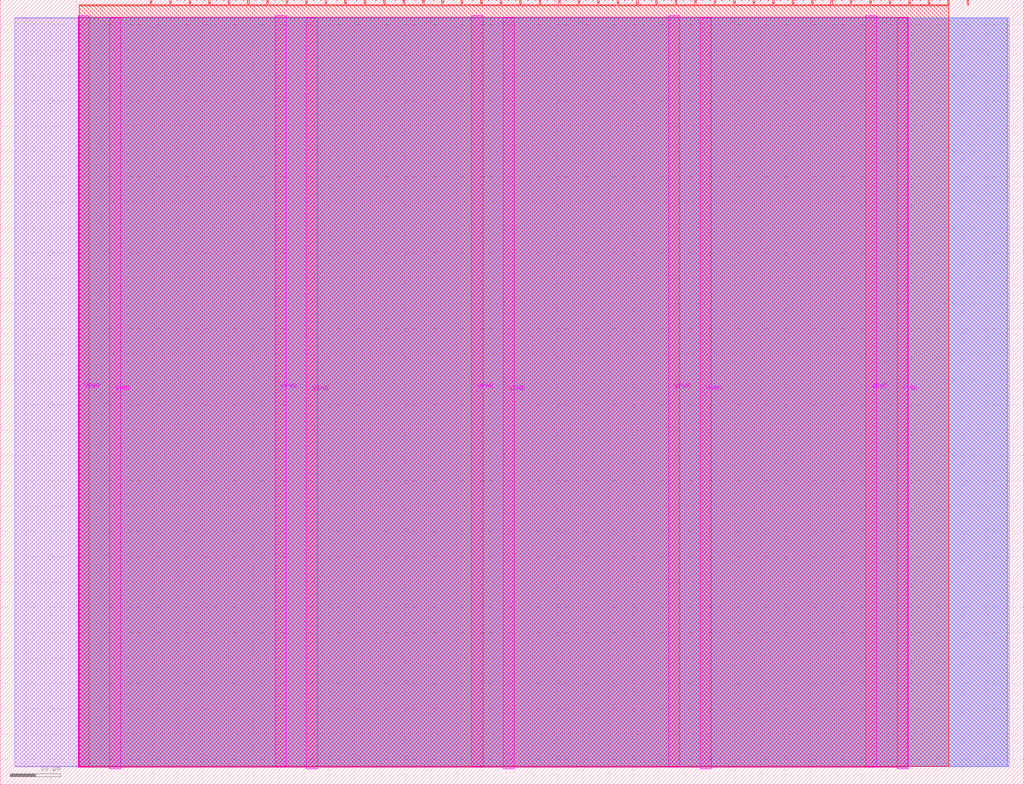
<source format=lef>
VERSION 5.7 ;
  NOWIREEXTENSIONATPIN ON ;
  DIVIDERCHAR "/" ;
  BUSBITCHARS "[]" ;
MACRO tt_um_not_a_dinosaur
  CLASS BLOCK ;
  FOREIGN tt_um_not_a_dinosaur ;
  ORIGIN 0.000 0.000 ;
  SIZE 202.080 BY 154.980 ;
  PIN VGND
    DIRECTION INOUT ;
    USE GROUND ;
    PORT
      LAYER TopMetal1 ;
        RECT 21.580 3.150 23.780 151.420 ;
    END
    PORT
      LAYER TopMetal1 ;
        RECT 60.450 3.150 62.650 151.420 ;
    END
    PORT
      LAYER TopMetal1 ;
        RECT 99.320 3.150 101.520 151.420 ;
    END
    PORT
      LAYER TopMetal1 ;
        RECT 138.190 3.150 140.390 151.420 ;
    END
    PORT
      LAYER TopMetal1 ;
        RECT 177.060 3.150 179.260 151.420 ;
    END
  END VGND
  PIN VPWR
    DIRECTION INOUT ;
    USE POWER ;
    PORT
      LAYER TopMetal1 ;
        RECT 15.380 3.560 17.580 151.830 ;
    END
    PORT
      LAYER TopMetal1 ;
        RECT 54.250 3.560 56.450 151.830 ;
    END
    PORT
      LAYER TopMetal1 ;
        RECT 93.120 3.560 95.320 151.830 ;
    END
    PORT
      LAYER TopMetal1 ;
        RECT 131.990 3.560 134.190 151.830 ;
    END
    PORT
      LAYER TopMetal1 ;
        RECT 170.860 3.560 173.060 151.830 ;
    END
  END VPWR
  PIN clk
    DIRECTION INPUT ;
    USE SIGNAL ;
    ANTENNAGATEAREA 0.725400 ;
    PORT
      LAYER Metal4 ;
        RECT 187.050 153.980 187.350 154.980 ;
    END
  END clk
  PIN ena
    DIRECTION INPUT ;
    USE SIGNAL ;
    PORT
      LAYER Metal4 ;
        RECT 190.890 153.980 191.190 154.980 ;
    END
  END ena
  PIN rst_n
    DIRECTION INPUT ;
    USE SIGNAL ;
    ANTENNAGATEAREA 0.938600 ;
    PORT
      LAYER Metal4 ;
        RECT 183.210 153.980 183.510 154.980 ;
    END
  END rst_n
  PIN ui_in[0]
    DIRECTION INPUT ;
    USE SIGNAL ;
    PORT
      LAYER Metal4 ;
        RECT 179.370 153.980 179.670 154.980 ;
    END
  END ui_in[0]
  PIN ui_in[1]
    DIRECTION INPUT ;
    USE SIGNAL ;
    ANTENNAGATEAREA 0.180700 ;
    PORT
      LAYER Metal4 ;
        RECT 175.530 153.980 175.830 154.980 ;
    END
  END ui_in[1]
  PIN ui_in[2]
    DIRECTION INPUT ;
    USE SIGNAL ;
    PORT
      LAYER Metal4 ;
        RECT 171.690 153.980 171.990 154.980 ;
    END
  END ui_in[2]
  PIN ui_in[3]
    DIRECTION INPUT ;
    USE SIGNAL ;
    PORT
      LAYER Metal4 ;
        RECT 167.850 153.980 168.150 154.980 ;
    END
  END ui_in[3]
  PIN ui_in[4]
    DIRECTION INPUT ;
    USE SIGNAL ;
    PORT
      LAYER Metal4 ;
        RECT 164.010 153.980 164.310 154.980 ;
    END
  END ui_in[4]
  PIN ui_in[5]
    DIRECTION INPUT ;
    USE SIGNAL ;
    PORT
      LAYER Metal4 ;
        RECT 160.170 153.980 160.470 154.980 ;
    END
  END ui_in[5]
  PIN ui_in[6]
    DIRECTION INPUT ;
    USE SIGNAL ;
    PORT
      LAYER Metal4 ;
        RECT 156.330 153.980 156.630 154.980 ;
    END
  END ui_in[6]
  PIN ui_in[7]
    DIRECTION INPUT ;
    USE SIGNAL ;
    PORT
      LAYER Metal4 ;
        RECT 152.490 153.980 152.790 154.980 ;
    END
  END ui_in[7]
  PIN uio_in[0]
    DIRECTION INPUT ;
    USE SIGNAL ;
    PORT
      LAYER Metal4 ;
        RECT 148.650 153.980 148.950 154.980 ;
    END
  END uio_in[0]
  PIN uio_in[1]
    DIRECTION INPUT ;
    USE SIGNAL ;
    PORT
      LAYER Metal4 ;
        RECT 144.810 153.980 145.110 154.980 ;
    END
  END uio_in[1]
  PIN uio_in[2]
    DIRECTION INPUT ;
    USE SIGNAL ;
    PORT
      LAYER Metal4 ;
        RECT 140.970 153.980 141.270 154.980 ;
    END
  END uio_in[2]
  PIN uio_in[3]
    DIRECTION INPUT ;
    USE SIGNAL ;
    PORT
      LAYER Metal4 ;
        RECT 137.130 153.980 137.430 154.980 ;
    END
  END uio_in[3]
  PIN uio_in[4]
    DIRECTION INPUT ;
    USE SIGNAL ;
    PORT
      LAYER Metal4 ;
        RECT 133.290 153.980 133.590 154.980 ;
    END
  END uio_in[4]
  PIN uio_in[5]
    DIRECTION INPUT ;
    USE SIGNAL ;
    PORT
      LAYER Metal4 ;
        RECT 129.450 153.980 129.750 154.980 ;
    END
  END uio_in[5]
  PIN uio_in[6]
    DIRECTION INPUT ;
    USE SIGNAL ;
    PORT
      LAYER Metal4 ;
        RECT 125.610 153.980 125.910 154.980 ;
    END
  END uio_in[6]
  PIN uio_in[7]
    DIRECTION INPUT ;
    USE SIGNAL ;
    PORT
      LAYER Metal4 ;
        RECT 121.770 153.980 122.070 154.980 ;
    END
  END uio_in[7]
  PIN uio_oe[0]
    DIRECTION OUTPUT ;
    USE SIGNAL ;
    ANTENNADIFFAREA 0.299200 ;
    PORT
      LAYER Metal4 ;
        RECT 56.490 153.980 56.790 154.980 ;
    END
  END uio_oe[0]
  PIN uio_oe[1]
    DIRECTION OUTPUT ;
    USE SIGNAL ;
    ANTENNADIFFAREA 0.299200 ;
    PORT
      LAYER Metal4 ;
        RECT 52.650 153.980 52.950 154.980 ;
    END
  END uio_oe[1]
  PIN uio_oe[2]
    DIRECTION OUTPUT ;
    USE SIGNAL ;
    ANTENNADIFFAREA 0.299200 ;
    PORT
      LAYER Metal4 ;
        RECT 48.810 153.980 49.110 154.980 ;
    END
  END uio_oe[2]
  PIN uio_oe[3]
    DIRECTION OUTPUT ;
    USE SIGNAL ;
    ANTENNADIFFAREA 0.299200 ;
    PORT
      LAYER Metal4 ;
        RECT 44.970 153.980 45.270 154.980 ;
    END
  END uio_oe[3]
  PIN uio_oe[4]
    DIRECTION OUTPUT ;
    USE SIGNAL ;
    ANTENNADIFFAREA 0.299200 ;
    PORT
      LAYER Metal4 ;
        RECT 41.130 153.980 41.430 154.980 ;
    END
  END uio_oe[4]
  PIN uio_oe[5]
    DIRECTION OUTPUT ;
    USE SIGNAL ;
    ANTENNADIFFAREA 0.299200 ;
    PORT
      LAYER Metal4 ;
        RECT 37.290 153.980 37.590 154.980 ;
    END
  END uio_oe[5]
  PIN uio_oe[6]
    DIRECTION OUTPUT ;
    USE SIGNAL ;
    ANTENNADIFFAREA 0.299200 ;
    PORT
      LAYER Metal4 ;
        RECT 33.450 153.980 33.750 154.980 ;
    END
  END uio_oe[6]
  PIN uio_oe[7]
    DIRECTION OUTPUT ;
    USE SIGNAL ;
    ANTENNADIFFAREA 0.299200 ;
    PORT
      LAYER Metal4 ;
        RECT 29.610 153.980 29.910 154.980 ;
    END
  END uio_oe[7]
  PIN uio_out[0]
    DIRECTION OUTPUT ;
    USE SIGNAL ;
    ANTENNADIFFAREA 0.299200 ;
    PORT
      LAYER Metal4 ;
        RECT 87.210 153.980 87.510 154.980 ;
    END
  END uio_out[0]
  PIN uio_out[1]
    DIRECTION OUTPUT ;
    USE SIGNAL ;
    ANTENNADIFFAREA 0.299200 ;
    PORT
      LAYER Metal4 ;
        RECT 83.370 153.980 83.670 154.980 ;
    END
  END uio_out[1]
  PIN uio_out[2]
    DIRECTION OUTPUT ;
    USE SIGNAL ;
    ANTENNADIFFAREA 0.299200 ;
    PORT
      LAYER Metal4 ;
        RECT 79.530 153.980 79.830 154.980 ;
    END
  END uio_out[2]
  PIN uio_out[3]
    DIRECTION OUTPUT ;
    USE SIGNAL ;
    ANTENNADIFFAREA 0.299200 ;
    PORT
      LAYER Metal4 ;
        RECT 75.690 153.980 75.990 154.980 ;
    END
  END uio_out[3]
  PIN uio_out[4]
    DIRECTION OUTPUT ;
    USE SIGNAL ;
    ANTENNADIFFAREA 0.299200 ;
    PORT
      LAYER Metal4 ;
        RECT 71.850 153.980 72.150 154.980 ;
    END
  END uio_out[4]
  PIN uio_out[5]
    DIRECTION OUTPUT ;
    USE SIGNAL ;
    ANTENNADIFFAREA 0.299200 ;
    PORT
      LAYER Metal4 ;
        RECT 68.010 153.980 68.310 154.980 ;
    END
  END uio_out[5]
  PIN uio_out[6]
    DIRECTION OUTPUT ;
    USE SIGNAL ;
    ANTENNADIFFAREA 0.299200 ;
    PORT
      LAYER Metal4 ;
        RECT 64.170 153.980 64.470 154.980 ;
    END
  END uio_out[6]
  PIN uio_out[7]
    DIRECTION OUTPUT ;
    USE SIGNAL ;
    ANTENNADIFFAREA 0.299200 ;
    PORT
      LAYER Metal4 ;
        RECT 60.330 153.980 60.630 154.980 ;
    END
  END uio_out[7]
  PIN uo_out[0]
    DIRECTION OUTPUT ;
    USE SIGNAL ;
    ANTENNADIFFAREA 0.708600 ;
    PORT
      LAYER Metal4 ;
        RECT 117.930 153.980 118.230 154.980 ;
    END
  END uo_out[0]
  PIN uo_out[1]
    DIRECTION OUTPUT ;
    USE SIGNAL ;
    ANTENNADIFFAREA 0.708600 ;
    PORT
      LAYER Metal4 ;
        RECT 114.090 153.980 114.390 154.980 ;
    END
  END uo_out[1]
  PIN uo_out[2]
    DIRECTION OUTPUT ;
    USE SIGNAL ;
    ANTENNADIFFAREA 0.708600 ;
    PORT
      LAYER Metal4 ;
        RECT 110.250 153.980 110.550 154.980 ;
    END
  END uo_out[2]
  PIN uo_out[3]
    DIRECTION OUTPUT ;
    USE SIGNAL ;
    ANTENNADIFFAREA 0.708600 ;
    PORT
      LAYER Metal4 ;
        RECT 106.410 153.980 106.710 154.980 ;
    END
  END uo_out[3]
  PIN uo_out[4]
    DIRECTION OUTPUT ;
    USE SIGNAL ;
    ANTENNAGATEAREA 0.180700 ;
    ANTENNADIFFAREA 0.615900 ;
    PORT
      LAYER Metal4 ;
        RECT 102.570 153.980 102.870 154.980 ;
    END
  END uo_out[4]
  PIN uo_out[5]
    DIRECTION OUTPUT ;
    USE SIGNAL ;
    ANTENNADIFFAREA 0.708600 ;
    PORT
      LAYER Metal4 ;
        RECT 98.730 153.980 99.030 154.980 ;
    END
  END uo_out[5]
  PIN uo_out[6]
    DIRECTION OUTPUT ;
    USE SIGNAL ;
    ANTENNAGATEAREA 0.755300 ;
    ANTENNADIFFAREA 0.892800 ;
    PORT
      LAYER Metal4 ;
        RECT 94.890 153.980 95.190 154.980 ;
    END
  END uo_out[6]
  PIN uo_out[7]
    DIRECTION OUTPUT ;
    USE SIGNAL ;
    ANTENNADIFFAREA 0.708600 ;
    PORT
      LAYER Metal4 ;
        RECT 91.050 153.980 91.350 154.980 ;
    END
  END uo_out[7]
  OBS
      LAYER GatPoly ;
        RECT 2.880 3.630 199.200 151.350 ;
      LAYER Metal1 ;
        RECT 2.880 3.560 199.200 151.420 ;
      LAYER Metal2 ;
        RECT 15.560 3.635 198.825 151.345 ;
      LAYER Metal3 ;
        RECT 15.515 3.680 198.865 151.300 ;
      LAYER Metal4 ;
        RECT 15.560 153.770 29.400 153.980 ;
        RECT 30.120 153.770 33.240 153.980 ;
        RECT 33.960 153.770 37.080 153.980 ;
        RECT 37.800 153.770 40.920 153.980 ;
        RECT 41.640 153.770 44.760 153.980 ;
        RECT 45.480 153.770 48.600 153.980 ;
        RECT 49.320 153.770 52.440 153.980 ;
        RECT 53.160 153.770 56.280 153.980 ;
        RECT 57.000 153.770 60.120 153.980 ;
        RECT 60.840 153.770 63.960 153.980 ;
        RECT 64.680 153.770 67.800 153.980 ;
        RECT 68.520 153.770 71.640 153.980 ;
        RECT 72.360 153.770 75.480 153.980 ;
        RECT 76.200 153.770 79.320 153.980 ;
        RECT 80.040 153.770 83.160 153.980 ;
        RECT 83.880 153.770 87.000 153.980 ;
        RECT 87.720 153.770 90.840 153.980 ;
        RECT 91.560 153.770 94.680 153.980 ;
        RECT 95.400 153.770 98.520 153.980 ;
        RECT 99.240 153.770 102.360 153.980 ;
        RECT 103.080 153.770 106.200 153.980 ;
        RECT 106.920 153.770 110.040 153.980 ;
        RECT 110.760 153.770 113.880 153.980 ;
        RECT 114.600 153.770 117.720 153.980 ;
        RECT 118.440 153.770 121.560 153.980 ;
        RECT 122.280 153.770 125.400 153.980 ;
        RECT 126.120 153.770 129.240 153.980 ;
        RECT 129.960 153.770 133.080 153.980 ;
        RECT 133.800 153.770 136.920 153.980 ;
        RECT 137.640 153.770 140.760 153.980 ;
        RECT 141.480 153.770 144.600 153.980 ;
        RECT 145.320 153.770 148.440 153.980 ;
        RECT 149.160 153.770 152.280 153.980 ;
        RECT 153.000 153.770 156.120 153.980 ;
        RECT 156.840 153.770 159.960 153.980 ;
        RECT 160.680 153.770 163.800 153.980 ;
        RECT 164.520 153.770 167.640 153.980 ;
        RECT 168.360 153.770 171.480 153.980 ;
        RECT 172.200 153.770 175.320 153.980 ;
        RECT 176.040 153.770 179.160 153.980 ;
        RECT 179.880 153.770 183.000 153.980 ;
        RECT 183.720 153.770 186.840 153.980 ;
        RECT 15.560 3.635 187.300 153.770 ;
      LAYER Metal5 ;
        RECT 15.515 3.470 179.125 151.510 ;
  END
END tt_um_not_a_dinosaur
END LIBRARY


</source>
